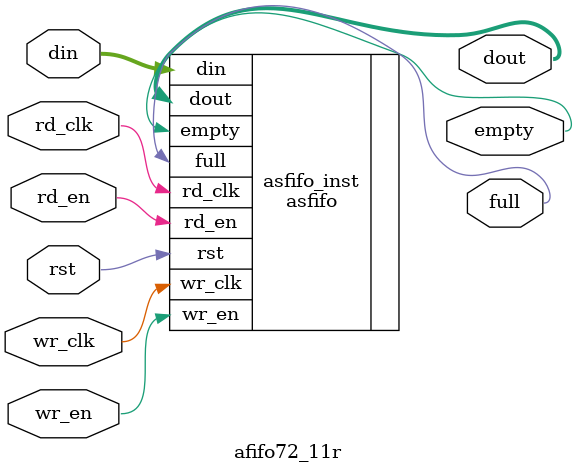
<source format=v>
`default_nettype none
module afifo72_11r (
	input wire rst,
	input wire wr_clk,
	input wire rd_clk,
	input wire [71:0] din,
	input wire wr_en,
	input wire rd_en,
	output wire [71:0] dout,
	output wire full,
	output wire empty
);

asfifo # (
	.DATA_WIDTH(72),
	.ADDRESS_WIDTH(11)
) asfifo_inst (
	.dout(dout), 
	.empty(empty),
	.rd_en(rd_en),
	.rd_clk(rd_clk),        
	.din(din),  
	.full(full),
	.wr_en(wr_en),
	.wr_clk(wr_clk),
	.rst(rst)
);

endmodule
`default_nettype wire

</source>
